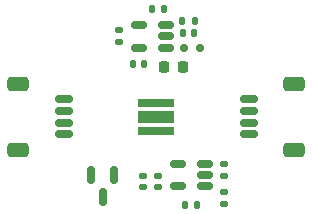
<source format=gtp>
%TF.GenerationSoftware,KiCad,Pcbnew,7.0.10-7.0.10~ubuntu22.04.1*%
%TF.CreationDate,2024-06-21T11:37:20-07:00*%
%TF.ProjectId,278nm_ELUC3535NUB_16mA,3237386e-6d5f-4454-9c55-43333533354e,rev?*%
%TF.SameCoordinates,Original*%
%TF.FileFunction,Paste,Top*%
%TF.FilePolarity,Positive*%
%FSLAX46Y46*%
G04 Gerber Fmt 4.6, Leading zero omitted, Abs format (unit mm)*
G04 Created by KiCad (PCBNEW 7.0.10-7.0.10~ubuntu22.04.1) date 2024-06-21 11:37:20*
%MOMM*%
%LPD*%
G01*
G04 APERTURE LIST*
G04 Aperture macros list*
%AMRoundRect*
0 Rectangle with rounded corners*
0 $1 Rounding radius*
0 $2 $3 $4 $5 $6 $7 $8 $9 X,Y pos of 4 corners*
0 Add a 4 corners polygon primitive as box body*
4,1,4,$2,$3,$4,$5,$6,$7,$8,$9,$2,$3,0*
0 Add four circle primitives for the rounded corners*
1,1,$1+$1,$2,$3*
1,1,$1+$1,$4,$5*
1,1,$1+$1,$6,$7*
1,1,$1+$1,$8,$9*
0 Add four rect primitives between the rounded corners*
20,1,$1+$1,$2,$3,$4,$5,0*
20,1,$1+$1,$4,$5,$6,$7,0*
20,1,$1+$1,$6,$7,$8,$9,0*
20,1,$1+$1,$8,$9,$2,$3,0*%
G04 Aperture macros list end*
%ADD10R,3.100000X0.660000*%
%ADD11R,3.100000X1.000000*%
%ADD12RoundRect,0.150000X-0.625000X0.150000X-0.625000X-0.150000X0.625000X-0.150000X0.625000X0.150000X0*%
%ADD13RoundRect,0.250000X-0.650000X0.350000X-0.650000X-0.350000X0.650000X-0.350000X0.650000X0.350000X0*%
%ADD14RoundRect,0.150000X0.625000X-0.150000X0.625000X0.150000X-0.625000X0.150000X-0.625000X-0.150000X0*%
%ADD15RoundRect,0.250000X0.650000X-0.350000X0.650000X0.350000X-0.650000X0.350000X-0.650000X-0.350000X0*%
%ADD16RoundRect,0.135000X-0.185000X0.135000X-0.185000X-0.135000X0.185000X-0.135000X0.185000X0.135000X0*%
%ADD17RoundRect,0.135000X0.135000X0.185000X-0.135000X0.185000X-0.135000X-0.185000X0.135000X-0.185000X0*%
%ADD18RoundRect,0.135000X0.185000X-0.135000X0.185000X0.135000X-0.185000X0.135000X-0.185000X-0.135000X0*%
%ADD19RoundRect,0.150000X0.512500X0.150000X-0.512500X0.150000X-0.512500X-0.150000X0.512500X-0.150000X0*%
%ADD20RoundRect,0.140000X0.170000X-0.140000X0.170000X0.140000X-0.170000X0.140000X-0.170000X-0.140000X0*%
%ADD21RoundRect,0.218750X-0.218750X-0.256250X0.218750X-0.256250X0.218750X0.256250X-0.218750X0.256250X0*%
%ADD22RoundRect,0.135000X-0.135000X-0.185000X0.135000X-0.185000X0.135000X0.185000X-0.135000X0.185000X0*%
%ADD23RoundRect,0.150000X-0.150000X-0.200000X0.150000X-0.200000X0.150000X0.200000X-0.150000X0.200000X0*%
%ADD24RoundRect,0.140000X0.140000X0.170000X-0.140000X0.170000X-0.140000X-0.170000X0.140000X-0.170000X0*%
%ADD25RoundRect,0.140000X-0.140000X-0.170000X0.140000X-0.170000X0.140000X0.170000X-0.140000X0.170000X0*%
%ADD26RoundRect,0.150000X-0.150000X0.587500X-0.150000X-0.587500X0.150000X-0.587500X0.150000X0.587500X0*%
G04 APERTURE END LIST*
D10*
%TO.C,D1*%
X62700000Y-58806000D03*
X62700000Y-61194000D03*
D11*
X62700000Y-60000000D03*
%TD*%
D12*
%TO.C,J1*%
X54880000Y-58500000D03*
X54880000Y-59500000D03*
X54880000Y-60500000D03*
X54880000Y-61500000D03*
D13*
X51005000Y-57200000D03*
X51005000Y-62800000D03*
%TD*%
D14*
%TO.C,J2*%
X70520000Y-61500000D03*
X70520000Y-60500000D03*
X70520000Y-59500000D03*
X70520000Y-58500000D03*
D15*
X74395000Y-62800000D03*
X74395000Y-57200000D03*
%TD*%
D16*
%TO.C,R1*%
X68427600Y-63982600D03*
X68427600Y-65002600D03*
%TD*%
D17*
%TO.C,R6*%
X63349600Y-50876200D03*
X62329600Y-50876200D03*
%TD*%
D18*
%TO.C,R4*%
X59563000Y-53674200D03*
X59563000Y-52654200D03*
%TD*%
D19*
%TO.C,U2*%
X66795200Y-65881000D03*
X66795200Y-64931000D03*
X66795200Y-63981000D03*
X64520200Y-63981000D03*
X64520200Y-65881000D03*
%TD*%
D20*
%TO.C,C3*%
X62845200Y-65936000D03*
X62845200Y-64976000D03*
%TD*%
D18*
%TO.C,R3*%
X68427600Y-67360800D03*
X68427600Y-66340800D03*
%TD*%
D21*
%TO.C,L1*%
X63372900Y-55753000D03*
X64947900Y-55753000D03*
%TD*%
D22*
%TO.C,R2*%
X65150200Y-67481000D03*
X66170200Y-67481000D03*
%TD*%
D23*
%TO.C,D2*%
X66450000Y-54200000D03*
X65050000Y-54200000D03*
%TD*%
D24*
%TO.C,C1*%
X61671200Y-55499000D03*
X60711200Y-55499000D03*
%TD*%
D20*
%TO.C,C4*%
X61620200Y-65941000D03*
X61620200Y-64981000D03*
%TD*%
D25*
%TO.C,C2*%
X64945000Y-52925000D03*
X65905000Y-52925000D03*
%TD*%
D26*
%TO.C,Q1*%
X59105800Y-64897000D03*
X57205800Y-64897000D03*
X58155800Y-66772000D03*
%TD*%
D17*
%TO.C,R5*%
X65945000Y-51875000D03*
X64925000Y-51875000D03*
%TD*%
D19*
%TO.C,U1*%
X63494000Y-54147800D03*
X63494000Y-53197800D03*
X63494000Y-52247800D03*
X61219000Y-52247800D03*
X61219000Y-54147800D03*
%TD*%
M02*

</source>
